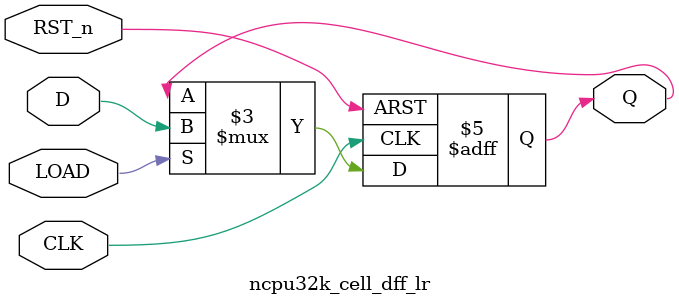
<source format=v>
/**@file
 * Cell - DFF (Data Flip Flop) with Load and Reset Port.
 */

/***************************************************************************/
/*  Nano-cpu 32000 (Scalable Ultra-Low-Power Processor)                    */
/*                                                                         */
/*  Copyright (C) 2019 cassuto <psc-system@outlook.com>, China.            */
/*  This project is free edition; you can redistribute it and/or           */
/*  modify it under the terms of the GNU Lesser General Public             */
/*  License(GPL) as published by the Free Software Foundation; either      */
/*  version 2.1 of the License, or (at your option) any later version.     */
/*                                                                         */
/*  This project is distributed in the hope that it will be useful,        */
/*  but WITHOUT ANY WARRANTY; without even the implied warranty of         */
/*  MERCHANTABILITY or FITNESS FOR A PARTICULAR PURPOSE.  See the GNU      */
/*  Lesser General Public License for more details.                        */
/***************************************************************************/

module ncpu32k_cell_dff_lr # (
   parameter DW = 1, // Data Width in bits
   parameter RST_VECTOR = {DW{1'b0}}
)
(
   input CLK,
   input RST_n,
   input LOAD,
   input [DW-1:0] D, // Data input
   output reg [DW-1:0] Q // Data output
);
   always @(posedge CLK or negedge RST_n) begin
     if (!RST_n)
       Q <= RST_VECTOR;
     else if (LOAD)
       Q <= #1 D;
   end
endmodule

</source>
